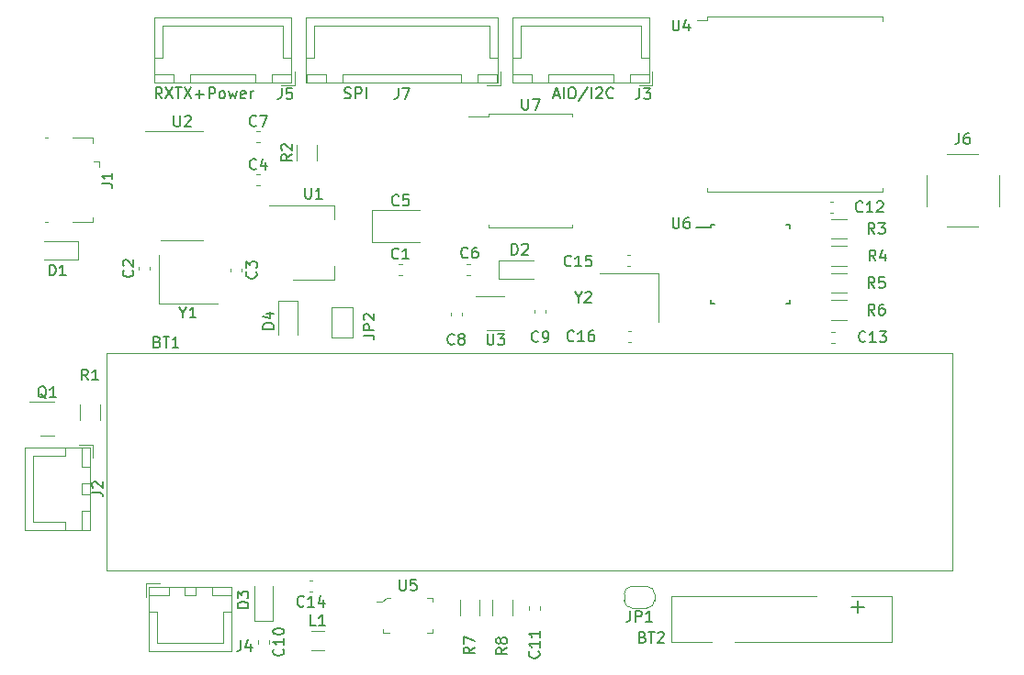
<source format=gbr>
%TF.GenerationSoftware,KiCad,Pcbnew,(6.0.5)*%
%TF.CreationDate,2022-08-16T14:45:35+02:00*%
%TF.ProjectId,ATMega328-LoRa-Sol-ADIO,41544d65-6761-4333-9238-2d4c6f52612d,rev?*%
%TF.SameCoordinates,Original*%
%TF.FileFunction,Legend,Top*%
%TF.FilePolarity,Positive*%
%FSLAX46Y46*%
G04 Gerber Fmt 4.6, Leading zero omitted, Abs format (unit mm)*
G04 Created by KiCad (PCBNEW (6.0.5)) date 2022-08-16 14:45:35*
%MOMM*%
%LPD*%
G01*
G04 APERTURE LIST*
%ADD10C,0.150000*%
%ADD11C,0.120000*%
%ADD12C,0.100000*%
G04 APERTURE END LIST*
D10*
%TO.C,U2*%
X128238095Y-36552380D02*
X128238095Y-37361904D01*
X128285714Y-37457142D01*
X128333333Y-37504761D01*
X128428571Y-37552380D01*
X128619047Y-37552380D01*
X128714285Y-37504761D01*
X128761904Y-37457142D01*
X128809523Y-37361904D01*
X128809523Y-36552380D01*
X129238095Y-36647619D02*
X129285714Y-36600000D01*
X129380952Y-36552380D01*
X129619047Y-36552380D01*
X129714285Y-36600000D01*
X129761904Y-36647619D01*
X129809523Y-36742857D01*
X129809523Y-36838095D01*
X129761904Y-36980952D01*
X129190476Y-37552380D01*
X129809523Y-37552380D01*
%TO.C,R8*%
X158952380Y-85666666D02*
X158476190Y-86000000D01*
X158952380Y-86238095D02*
X157952380Y-86238095D01*
X157952380Y-85857142D01*
X158000000Y-85761904D01*
X158047619Y-85714285D01*
X158142857Y-85666666D01*
X158285714Y-85666666D01*
X158380952Y-85714285D01*
X158428571Y-85761904D01*
X158476190Y-85857142D01*
X158476190Y-86238095D01*
X158380952Y-85095238D02*
X158333333Y-85190476D01*
X158285714Y-85238095D01*
X158190476Y-85285714D01*
X158142857Y-85285714D01*
X158047619Y-85238095D01*
X158000000Y-85190476D01*
X157952380Y-85095238D01*
X157952380Y-84904761D01*
X158000000Y-84809523D01*
X158047619Y-84761904D01*
X158142857Y-84714285D01*
X158190476Y-84714285D01*
X158285714Y-84761904D01*
X158333333Y-84809523D01*
X158380952Y-84904761D01*
X158380952Y-85095238D01*
X158428571Y-85190476D01*
X158476190Y-85238095D01*
X158571428Y-85285714D01*
X158761904Y-85285714D01*
X158857142Y-85238095D01*
X158904761Y-85190476D01*
X158952380Y-85095238D01*
X158952380Y-84904761D01*
X158904761Y-84809523D01*
X158857142Y-84761904D01*
X158761904Y-84714285D01*
X158571428Y-84714285D01*
X158476190Y-84761904D01*
X158428571Y-84809523D01*
X158380952Y-84904761D01*
%TO.C,D4*%
X137452380Y-56238095D02*
X136452380Y-56238095D01*
X136452380Y-56000000D01*
X136500000Y-55857142D01*
X136595238Y-55761904D01*
X136690476Y-55714285D01*
X136880952Y-55666666D01*
X137023809Y-55666666D01*
X137214285Y-55714285D01*
X137309523Y-55761904D01*
X137404761Y-55857142D01*
X137452380Y-56000000D01*
X137452380Y-56238095D01*
X136785714Y-54809523D02*
X137452380Y-54809523D01*
X136404761Y-55047619D02*
X137119047Y-55285714D01*
X137119047Y-54666666D01*
%TO.C,J4*%
X134416666Y-84952380D02*
X134416666Y-85666666D01*
X134369047Y-85809523D01*
X134273809Y-85904761D01*
X134130952Y-85952380D01*
X134035714Y-85952380D01*
X135321428Y-85285714D02*
X135321428Y-85952380D01*
X135083333Y-84904761D02*
X134845238Y-85619047D01*
X135464285Y-85619047D01*
%TO.C,J7*%
X148916666Y-34002380D02*
X148916666Y-34716666D01*
X148869047Y-34859523D01*
X148773809Y-34954761D01*
X148630952Y-35002380D01*
X148535714Y-35002380D01*
X149297619Y-34002380D02*
X149964285Y-34002380D01*
X149535714Y-35002380D01*
X143976190Y-34904761D02*
X144119047Y-34952380D01*
X144357142Y-34952380D01*
X144452380Y-34904761D01*
X144500000Y-34857142D01*
X144547619Y-34761904D01*
X144547619Y-34666666D01*
X144500000Y-34571428D01*
X144452380Y-34523809D01*
X144357142Y-34476190D01*
X144166666Y-34428571D01*
X144071428Y-34380952D01*
X144023809Y-34333333D01*
X143976190Y-34238095D01*
X143976190Y-34142857D01*
X144023809Y-34047619D01*
X144071428Y-34000000D01*
X144166666Y-33952380D01*
X144404761Y-33952380D01*
X144547619Y-34000000D01*
X144976190Y-34952380D02*
X144976190Y-33952380D01*
X145357142Y-33952380D01*
X145452380Y-34000000D01*
X145500000Y-34047619D01*
X145547619Y-34142857D01*
X145547619Y-34285714D01*
X145500000Y-34380952D01*
X145452380Y-34428571D01*
X145357142Y-34476190D01*
X144976190Y-34476190D01*
X145976190Y-34952380D02*
X145976190Y-33952380D01*
%TO.C,J5*%
X138166666Y-34002380D02*
X138166666Y-34716666D01*
X138119047Y-34859523D01*
X138023809Y-34954761D01*
X137880952Y-35002380D01*
X137785714Y-35002380D01*
X139119047Y-34002380D02*
X138642857Y-34002380D01*
X138595238Y-34478571D01*
X138642857Y-34430952D01*
X138738095Y-34383333D01*
X138976190Y-34383333D01*
X139071428Y-34430952D01*
X139119047Y-34478571D01*
X139166666Y-34573809D01*
X139166666Y-34811904D01*
X139119047Y-34907142D01*
X139071428Y-34954761D01*
X138976190Y-35002380D01*
X138738095Y-35002380D01*
X138642857Y-34954761D01*
X138595238Y-34907142D01*
X127142857Y-34952380D02*
X126809523Y-34476190D01*
X126571428Y-34952380D02*
X126571428Y-33952380D01*
X126952380Y-33952380D01*
X127047619Y-34000000D01*
X127095238Y-34047619D01*
X127142857Y-34142857D01*
X127142857Y-34285714D01*
X127095238Y-34380952D01*
X127047619Y-34428571D01*
X126952380Y-34476190D01*
X126571428Y-34476190D01*
X127476190Y-33952380D02*
X128142857Y-34952380D01*
X128142857Y-33952380D02*
X127476190Y-34952380D01*
X128380952Y-33952380D02*
X128952380Y-33952380D01*
X128666666Y-34952380D02*
X128666666Y-33952380D01*
X129190476Y-33952380D02*
X129857142Y-34952380D01*
X129857142Y-33952380D02*
X129190476Y-34952380D01*
X130238095Y-34571428D02*
X131000000Y-34571428D01*
X130619047Y-34952380D02*
X130619047Y-34190476D01*
X131476190Y-34952380D02*
X131476190Y-33952380D01*
X131857142Y-33952380D01*
X131952380Y-34000000D01*
X132000000Y-34047619D01*
X132047619Y-34142857D01*
X132047619Y-34285714D01*
X132000000Y-34380952D01*
X131952380Y-34428571D01*
X131857142Y-34476190D01*
X131476190Y-34476190D01*
X132619047Y-34952380D02*
X132523809Y-34904761D01*
X132476190Y-34857142D01*
X132428571Y-34761904D01*
X132428571Y-34476190D01*
X132476190Y-34380952D01*
X132523809Y-34333333D01*
X132619047Y-34285714D01*
X132761904Y-34285714D01*
X132857142Y-34333333D01*
X132904761Y-34380952D01*
X132952380Y-34476190D01*
X132952380Y-34761904D01*
X132904761Y-34857142D01*
X132857142Y-34904761D01*
X132761904Y-34952380D01*
X132619047Y-34952380D01*
X133285714Y-34285714D02*
X133476190Y-34952380D01*
X133666666Y-34476190D01*
X133857142Y-34952380D01*
X134047619Y-34285714D01*
X134809523Y-34904761D02*
X134714285Y-34952380D01*
X134523809Y-34952380D01*
X134428571Y-34904761D01*
X134380952Y-34809523D01*
X134380952Y-34428571D01*
X134428571Y-34333333D01*
X134523809Y-34285714D01*
X134714285Y-34285714D01*
X134809523Y-34333333D01*
X134857142Y-34428571D01*
X134857142Y-34523809D01*
X134380952Y-34619047D01*
X135285714Y-34952380D02*
X135285714Y-34285714D01*
X135285714Y-34476190D02*
X135333333Y-34380952D01*
X135380952Y-34333333D01*
X135476190Y-34285714D01*
X135571428Y-34285714D01*
%TO.C,C6*%
X155333333Y-49607142D02*
X155285714Y-49654761D01*
X155142857Y-49702380D01*
X155047619Y-49702380D01*
X154904761Y-49654761D01*
X154809523Y-49559523D01*
X154761904Y-49464285D01*
X154714285Y-49273809D01*
X154714285Y-49130952D01*
X154761904Y-48940476D01*
X154809523Y-48845238D01*
X154904761Y-48750000D01*
X155047619Y-48702380D01*
X155142857Y-48702380D01*
X155285714Y-48750000D01*
X155333333Y-48797619D01*
X156190476Y-48702380D02*
X156000000Y-48702380D01*
X155904761Y-48750000D01*
X155857142Y-48797619D01*
X155761904Y-48940476D01*
X155714285Y-49130952D01*
X155714285Y-49511904D01*
X155761904Y-49607142D01*
X155809523Y-49654761D01*
X155904761Y-49702380D01*
X156095238Y-49702380D01*
X156190476Y-49654761D01*
X156238095Y-49607142D01*
X156285714Y-49511904D01*
X156285714Y-49273809D01*
X156238095Y-49178571D01*
X156190476Y-49130952D01*
X156095238Y-49083333D01*
X155904761Y-49083333D01*
X155809523Y-49130952D01*
X155761904Y-49178571D01*
X155714285Y-49273809D01*
%TO.C,U1*%
X140338095Y-43202380D02*
X140338095Y-44011904D01*
X140385714Y-44107142D01*
X140433333Y-44154761D01*
X140528571Y-44202380D01*
X140719047Y-44202380D01*
X140814285Y-44154761D01*
X140861904Y-44107142D01*
X140909523Y-44011904D01*
X140909523Y-43202380D01*
X141909523Y-44202380D02*
X141338095Y-44202380D01*
X141623809Y-44202380D02*
X141623809Y-43202380D01*
X141528571Y-43345238D01*
X141433333Y-43440476D01*
X141338095Y-43488095D01*
%TO.C,C8*%
X154083333Y-57607142D02*
X154035714Y-57654761D01*
X153892857Y-57702380D01*
X153797619Y-57702380D01*
X153654761Y-57654761D01*
X153559523Y-57559523D01*
X153511904Y-57464285D01*
X153464285Y-57273809D01*
X153464285Y-57130952D01*
X153511904Y-56940476D01*
X153559523Y-56845238D01*
X153654761Y-56750000D01*
X153797619Y-56702380D01*
X153892857Y-56702380D01*
X154035714Y-56750000D01*
X154083333Y-56797619D01*
X154654761Y-57130952D02*
X154559523Y-57083333D01*
X154511904Y-57035714D01*
X154464285Y-56940476D01*
X154464285Y-56892857D01*
X154511904Y-56797619D01*
X154559523Y-56750000D01*
X154654761Y-56702380D01*
X154845238Y-56702380D01*
X154940476Y-56750000D01*
X154988095Y-56797619D01*
X155035714Y-56892857D01*
X155035714Y-56940476D01*
X154988095Y-57035714D01*
X154940476Y-57083333D01*
X154845238Y-57130952D01*
X154654761Y-57130952D01*
X154559523Y-57178571D01*
X154511904Y-57226190D01*
X154464285Y-57321428D01*
X154464285Y-57511904D01*
X154511904Y-57607142D01*
X154559523Y-57654761D01*
X154654761Y-57702380D01*
X154845238Y-57702380D01*
X154940476Y-57654761D01*
X154988095Y-57607142D01*
X155035714Y-57511904D01*
X155035714Y-57321428D01*
X154988095Y-57226190D01*
X154940476Y-57178571D01*
X154845238Y-57130952D01*
%TO.C,J1*%
X121564880Y-42833333D02*
X122279166Y-42833333D01*
X122422023Y-42880952D01*
X122517261Y-42976190D01*
X122564880Y-43119047D01*
X122564880Y-43214285D01*
X122564880Y-41833333D02*
X122564880Y-42404761D01*
X122564880Y-42119047D02*
X121564880Y-42119047D01*
X121707738Y-42214285D01*
X121802976Y-42309523D01*
X121850595Y-42404761D01*
%TO.C,Q1*%
X116467261Y-62647619D02*
X116372023Y-62600000D01*
X116276785Y-62504761D01*
X116133928Y-62361904D01*
X116038690Y-62314285D01*
X115943452Y-62314285D01*
X115991071Y-62552380D02*
X115895833Y-62504761D01*
X115800595Y-62409523D01*
X115752976Y-62219047D01*
X115752976Y-61885714D01*
X115800595Y-61695238D01*
X115895833Y-61600000D01*
X115991071Y-61552380D01*
X116181547Y-61552380D01*
X116276785Y-61600000D01*
X116372023Y-61695238D01*
X116419642Y-61885714D01*
X116419642Y-62219047D01*
X116372023Y-62409523D01*
X116276785Y-62504761D01*
X116181547Y-62552380D01*
X115991071Y-62552380D01*
X117372023Y-62552380D02*
X116800595Y-62552380D01*
X117086309Y-62552380D02*
X117086309Y-61552380D01*
X116991071Y-61695238D01*
X116895833Y-61790476D01*
X116800595Y-61838095D01*
%TO.C,U7*%
X160338095Y-34987380D02*
X160338095Y-35796904D01*
X160385714Y-35892142D01*
X160433333Y-35939761D01*
X160528571Y-35987380D01*
X160719047Y-35987380D01*
X160814285Y-35939761D01*
X160861904Y-35892142D01*
X160909523Y-35796904D01*
X160909523Y-34987380D01*
X161290476Y-34987380D02*
X161957142Y-34987380D01*
X161528571Y-35987380D01*
%TO.C,C9*%
X161833333Y-57357142D02*
X161785714Y-57404761D01*
X161642857Y-57452380D01*
X161547619Y-57452380D01*
X161404761Y-57404761D01*
X161309523Y-57309523D01*
X161261904Y-57214285D01*
X161214285Y-57023809D01*
X161214285Y-56880952D01*
X161261904Y-56690476D01*
X161309523Y-56595238D01*
X161404761Y-56500000D01*
X161547619Y-56452380D01*
X161642857Y-56452380D01*
X161785714Y-56500000D01*
X161833333Y-56547619D01*
X162309523Y-57452380D02*
X162500000Y-57452380D01*
X162595238Y-57404761D01*
X162642857Y-57357142D01*
X162738095Y-57214285D01*
X162785714Y-57023809D01*
X162785714Y-56642857D01*
X162738095Y-56547619D01*
X162690476Y-56500000D01*
X162595238Y-56452380D01*
X162404761Y-56452380D01*
X162309523Y-56500000D01*
X162261904Y-56547619D01*
X162214285Y-56642857D01*
X162214285Y-56880952D01*
X162261904Y-56976190D01*
X162309523Y-57023809D01*
X162404761Y-57071428D01*
X162595238Y-57071428D01*
X162690476Y-57023809D01*
X162738095Y-56976190D01*
X162785714Y-56880952D01*
%TO.C,U3*%
X157125595Y-56702380D02*
X157125595Y-57511904D01*
X157173214Y-57607142D01*
X157220833Y-57654761D01*
X157316071Y-57702380D01*
X157506547Y-57702380D01*
X157601785Y-57654761D01*
X157649404Y-57607142D01*
X157697023Y-57511904D01*
X157697023Y-56702380D01*
X158077976Y-56702380D02*
X158697023Y-56702380D01*
X158363690Y-57083333D01*
X158506547Y-57083333D01*
X158601785Y-57130952D01*
X158649404Y-57178571D01*
X158697023Y-57273809D01*
X158697023Y-57511904D01*
X158649404Y-57607142D01*
X158601785Y-57654761D01*
X158506547Y-57702380D01*
X158220833Y-57702380D01*
X158125595Y-57654761D01*
X158077976Y-57607142D01*
%TO.C,U6*%
X174238095Y-45952380D02*
X174238095Y-46761904D01*
X174285714Y-46857142D01*
X174333333Y-46904761D01*
X174428571Y-46952380D01*
X174619047Y-46952380D01*
X174714285Y-46904761D01*
X174761904Y-46857142D01*
X174809523Y-46761904D01*
X174809523Y-45952380D01*
X175714285Y-45952380D02*
X175523809Y-45952380D01*
X175428571Y-46000000D01*
X175380952Y-46047619D01*
X175285714Y-46190476D01*
X175238095Y-46380952D01*
X175238095Y-46761904D01*
X175285714Y-46857142D01*
X175333333Y-46904761D01*
X175428571Y-46952380D01*
X175619047Y-46952380D01*
X175714285Y-46904761D01*
X175761904Y-46857142D01*
X175809523Y-46761904D01*
X175809523Y-46523809D01*
X175761904Y-46428571D01*
X175714285Y-46380952D01*
X175619047Y-46333333D01*
X175428571Y-46333333D01*
X175333333Y-46380952D01*
X175285714Y-46428571D01*
X175238095Y-46523809D01*
%TO.C,R2*%
X139132380Y-40116666D02*
X138656190Y-40450000D01*
X139132380Y-40688095D02*
X138132380Y-40688095D01*
X138132380Y-40307142D01*
X138180000Y-40211904D01*
X138227619Y-40164285D01*
X138322857Y-40116666D01*
X138465714Y-40116666D01*
X138560952Y-40164285D01*
X138608571Y-40211904D01*
X138656190Y-40307142D01*
X138656190Y-40688095D01*
X138227619Y-39735714D02*
X138180000Y-39688095D01*
X138132380Y-39592857D01*
X138132380Y-39354761D01*
X138180000Y-39259523D01*
X138227619Y-39211904D01*
X138322857Y-39164285D01*
X138418095Y-39164285D01*
X138560952Y-39211904D01*
X139132380Y-39783333D01*
X139132380Y-39164285D01*
%TO.C,C5*%
X148958333Y-44757142D02*
X148910714Y-44804761D01*
X148767857Y-44852380D01*
X148672619Y-44852380D01*
X148529761Y-44804761D01*
X148434523Y-44709523D01*
X148386904Y-44614285D01*
X148339285Y-44423809D01*
X148339285Y-44280952D01*
X148386904Y-44090476D01*
X148434523Y-43995238D01*
X148529761Y-43900000D01*
X148672619Y-43852380D01*
X148767857Y-43852380D01*
X148910714Y-43900000D01*
X148958333Y-43947619D01*
X149863095Y-43852380D02*
X149386904Y-43852380D01*
X149339285Y-44328571D01*
X149386904Y-44280952D01*
X149482142Y-44233333D01*
X149720238Y-44233333D01*
X149815476Y-44280952D01*
X149863095Y-44328571D01*
X149910714Y-44423809D01*
X149910714Y-44661904D01*
X149863095Y-44757142D01*
X149815476Y-44804761D01*
X149720238Y-44852380D01*
X149482142Y-44852380D01*
X149386904Y-44804761D01*
X149339285Y-44757142D01*
%TO.C,C15*%
X164857142Y-50357142D02*
X164809523Y-50404761D01*
X164666666Y-50452380D01*
X164571428Y-50452380D01*
X164428571Y-50404761D01*
X164333333Y-50309523D01*
X164285714Y-50214285D01*
X164238095Y-50023809D01*
X164238095Y-49880952D01*
X164285714Y-49690476D01*
X164333333Y-49595238D01*
X164428571Y-49500000D01*
X164571428Y-49452380D01*
X164666666Y-49452380D01*
X164809523Y-49500000D01*
X164857142Y-49547619D01*
X165809523Y-50452380D02*
X165238095Y-50452380D01*
X165523809Y-50452380D02*
X165523809Y-49452380D01*
X165428571Y-49595238D01*
X165333333Y-49690476D01*
X165238095Y-49738095D01*
X166714285Y-49452380D02*
X166238095Y-49452380D01*
X166190476Y-49928571D01*
X166238095Y-49880952D01*
X166333333Y-49833333D01*
X166571428Y-49833333D01*
X166666666Y-49880952D01*
X166714285Y-49928571D01*
X166761904Y-50023809D01*
X166761904Y-50261904D01*
X166714285Y-50357142D01*
X166666666Y-50404761D01*
X166571428Y-50452380D01*
X166333333Y-50452380D01*
X166238095Y-50404761D01*
X166190476Y-50357142D01*
%TO.C,C3*%
X135787142Y-50954166D02*
X135834761Y-51001785D01*
X135882380Y-51144642D01*
X135882380Y-51239880D01*
X135834761Y-51382738D01*
X135739523Y-51477976D01*
X135644285Y-51525595D01*
X135453809Y-51573214D01*
X135310952Y-51573214D01*
X135120476Y-51525595D01*
X135025238Y-51477976D01*
X134930000Y-51382738D01*
X134882380Y-51239880D01*
X134882380Y-51144642D01*
X134930000Y-51001785D01*
X134977619Y-50954166D01*
X134882380Y-50620833D02*
X134882380Y-50001785D01*
X135263333Y-50335119D01*
X135263333Y-50192261D01*
X135310952Y-50097023D01*
X135358571Y-50049404D01*
X135453809Y-50001785D01*
X135691904Y-50001785D01*
X135787142Y-50049404D01*
X135834761Y-50097023D01*
X135882380Y-50192261D01*
X135882380Y-50477976D01*
X135834761Y-50573214D01*
X135787142Y-50620833D01*
%TO.C,R4*%
X192933333Y-49952380D02*
X192600000Y-49476190D01*
X192361904Y-49952380D02*
X192361904Y-48952380D01*
X192742857Y-48952380D01*
X192838095Y-49000000D01*
X192885714Y-49047619D01*
X192933333Y-49142857D01*
X192933333Y-49285714D01*
X192885714Y-49380952D01*
X192838095Y-49428571D01*
X192742857Y-49476190D01*
X192361904Y-49476190D01*
X193790476Y-49285714D02*
X193790476Y-49952380D01*
X193552380Y-48904761D02*
X193314285Y-49619047D01*
X193933333Y-49619047D01*
%TO.C,R7*%
X155952380Y-85616666D02*
X155476190Y-85950000D01*
X155952380Y-86188095D02*
X154952380Y-86188095D01*
X154952380Y-85807142D01*
X155000000Y-85711904D01*
X155047619Y-85664285D01*
X155142857Y-85616666D01*
X155285714Y-85616666D01*
X155380952Y-85664285D01*
X155428571Y-85711904D01*
X155476190Y-85807142D01*
X155476190Y-86188095D01*
X154952380Y-85283333D02*
X154952380Y-84616666D01*
X155952380Y-85045238D01*
%TO.C,J3*%
X171166666Y-34002380D02*
X171166666Y-34716666D01*
X171119047Y-34859523D01*
X171023809Y-34954761D01*
X170880952Y-35002380D01*
X170785714Y-35002380D01*
X171547619Y-34002380D02*
X172166666Y-34002380D01*
X171833333Y-34383333D01*
X171976190Y-34383333D01*
X172071428Y-34430952D01*
X172119047Y-34478571D01*
X172166666Y-34573809D01*
X172166666Y-34811904D01*
X172119047Y-34907142D01*
X172071428Y-34954761D01*
X171976190Y-35002380D01*
X171690476Y-35002380D01*
X171595238Y-34954761D01*
X171547619Y-34907142D01*
X163261904Y-34666666D02*
X163738095Y-34666666D01*
X163166666Y-34952380D02*
X163500000Y-33952380D01*
X163833333Y-34952380D01*
X164166666Y-34952380D02*
X164166666Y-33952380D01*
X164833333Y-33952380D02*
X165023809Y-33952380D01*
X165119047Y-34000000D01*
X165214285Y-34095238D01*
X165261904Y-34285714D01*
X165261904Y-34619047D01*
X165214285Y-34809523D01*
X165119047Y-34904761D01*
X165023809Y-34952380D01*
X164833333Y-34952380D01*
X164738095Y-34904761D01*
X164642857Y-34809523D01*
X164595238Y-34619047D01*
X164595238Y-34285714D01*
X164642857Y-34095238D01*
X164738095Y-34000000D01*
X164833333Y-33952380D01*
X166404761Y-33904761D02*
X165547619Y-35190476D01*
X166738095Y-34952380D02*
X166738095Y-33952380D01*
X167166666Y-34047619D02*
X167214285Y-34000000D01*
X167309523Y-33952380D01*
X167547619Y-33952380D01*
X167642857Y-34000000D01*
X167690476Y-34047619D01*
X167738095Y-34142857D01*
X167738095Y-34238095D01*
X167690476Y-34380952D01*
X167119047Y-34952380D01*
X167738095Y-34952380D01*
X168738095Y-34857142D02*
X168690476Y-34904761D01*
X168547619Y-34952380D01*
X168452380Y-34952380D01*
X168309523Y-34904761D01*
X168214285Y-34809523D01*
X168166666Y-34714285D01*
X168119047Y-34523809D01*
X168119047Y-34380952D01*
X168166666Y-34190476D01*
X168214285Y-34095238D01*
X168309523Y-34000000D01*
X168452380Y-33952380D01*
X168547619Y-33952380D01*
X168690476Y-34000000D01*
X168738095Y-34047619D01*
%TO.C,R1*%
X120333333Y-60952380D02*
X120000000Y-60476190D01*
X119761904Y-60952380D02*
X119761904Y-59952380D01*
X120142857Y-59952380D01*
X120238095Y-60000000D01*
X120285714Y-60047619D01*
X120333333Y-60142857D01*
X120333333Y-60285714D01*
X120285714Y-60380952D01*
X120238095Y-60428571D01*
X120142857Y-60476190D01*
X119761904Y-60476190D01*
X121285714Y-60952380D02*
X120714285Y-60952380D01*
X121000000Y-60952380D02*
X121000000Y-59952380D01*
X120904761Y-60095238D01*
X120809523Y-60190476D01*
X120714285Y-60238095D01*
%TO.C,R3*%
X192833333Y-47452380D02*
X192500000Y-46976190D01*
X192261904Y-47452380D02*
X192261904Y-46452380D01*
X192642857Y-46452380D01*
X192738095Y-46500000D01*
X192785714Y-46547619D01*
X192833333Y-46642857D01*
X192833333Y-46785714D01*
X192785714Y-46880952D01*
X192738095Y-46928571D01*
X192642857Y-46976190D01*
X192261904Y-46976190D01*
X193166666Y-46452380D02*
X193785714Y-46452380D01*
X193452380Y-46833333D01*
X193595238Y-46833333D01*
X193690476Y-46880952D01*
X193738095Y-46928571D01*
X193785714Y-47023809D01*
X193785714Y-47261904D01*
X193738095Y-47357142D01*
X193690476Y-47404761D01*
X193595238Y-47452380D01*
X193309523Y-47452380D01*
X193214285Y-47404761D01*
X193166666Y-47357142D01*
%TO.C,JP2*%
X145702380Y-56833333D02*
X146416666Y-56833333D01*
X146559523Y-56880952D01*
X146654761Y-56976190D01*
X146702380Y-57119047D01*
X146702380Y-57214285D01*
X146702380Y-56357142D02*
X145702380Y-56357142D01*
X145702380Y-55976190D01*
X145750000Y-55880952D01*
X145797619Y-55833333D01*
X145892857Y-55785714D01*
X146035714Y-55785714D01*
X146130952Y-55833333D01*
X146178571Y-55880952D01*
X146226190Y-55976190D01*
X146226190Y-56357142D01*
X145797619Y-55404761D02*
X145750000Y-55357142D01*
X145702380Y-55261904D01*
X145702380Y-55023809D01*
X145750000Y-54928571D01*
X145797619Y-54880952D01*
X145892857Y-54833333D01*
X145988095Y-54833333D01*
X146130952Y-54880952D01*
X146702380Y-55452380D01*
X146702380Y-54833333D01*
%TO.C,C1*%
X148945833Y-49677142D02*
X148898214Y-49724761D01*
X148755357Y-49772380D01*
X148660119Y-49772380D01*
X148517261Y-49724761D01*
X148422023Y-49629523D01*
X148374404Y-49534285D01*
X148326785Y-49343809D01*
X148326785Y-49200952D01*
X148374404Y-49010476D01*
X148422023Y-48915238D01*
X148517261Y-48820000D01*
X148660119Y-48772380D01*
X148755357Y-48772380D01*
X148898214Y-48820000D01*
X148945833Y-48867619D01*
X149898214Y-49772380D02*
X149326785Y-49772380D01*
X149612500Y-49772380D02*
X149612500Y-48772380D01*
X149517261Y-48915238D01*
X149422023Y-49010476D01*
X149326785Y-49058095D01*
%TO.C,C11*%
X161857142Y-86005357D02*
X161904761Y-86052976D01*
X161952380Y-86195833D01*
X161952380Y-86291071D01*
X161904761Y-86433928D01*
X161809523Y-86529166D01*
X161714285Y-86576785D01*
X161523809Y-86624404D01*
X161380952Y-86624404D01*
X161190476Y-86576785D01*
X161095238Y-86529166D01*
X161000000Y-86433928D01*
X160952380Y-86291071D01*
X160952380Y-86195833D01*
X161000000Y-86052976D01*
X161047619Y-86005357D01*
X161952380Y-85052976D02*
X161952380Y-85624404D01*
X161952380Y-85338690D02*
X160952380Y-85338690D01*
X161095238Y-85433928D01*
X161190476Y-85529166D01*
X161238095Y-85624404D01*
X161952380Y-84100595D02*
X161952380Y-84672023D01*
X161952380Y-84386309D02*
X160952380Y-84386309D01*
X161095238Y-84481547D01*
X161190476Y-84576785D01*
X161238095Y-84672023D01*
%TO.C,D3*%
X135102380Y-81988095D02*
X134102380Y-81988095D01*
X134102380Y-81750000D01*
X134150000Y-81607142D01*
X134245238Y-81511904D01*
X134340476Y-81464285D01*
X134530952Y-81416666D01*
X134673809Y-81416666D01*
X134864285Y-81464285D01*
X134959523Y-81511904D01*
X135054761Y-81607142D01*
X135102380Y-81750000D01*
X135102380Y-81988095D01*
X134102380Y-81083333D02*
X134102380Y-80464285D01*
X134483333Y-80797619D01*
X134483333Y-80654761D01*
X134530952Y-80559523D01*
X134578571Y-80511904D01*
X134673809Y-80464285D01*
X134911904Y-80464285D01*
X135007142Y-80511904D01*
X135054761Y-80559523D01*
X135102380Y-80654761D01*
X135102380Y-80940476D01*
X135054761Y-81035714D01*
X135007142Y-81083333D01*
%TO.C,U5*%
X149038095Y-79377380D02*
X149038095Y-80186904D01*
X149085714Y-80282142D01*
X149133333Y-80329761D01*
X149228571Y-80377380D01*
X149419047Y-80377380D01*
X149514285Y-80329761D01*
X149561904Y-80282142D01*
X149609523Y-80186904D01*
X149609523Y-79377380D01*
X150561904Y-79377380D02*
X150085714Y-79377380D01*
X150038095Y-79853571D01*
X150085714Y-79805952D01*
X150180952Y-79758333D01*
X150419047Y-79758333D01*
X150514285Y-79805952D01*
X150561904Y-79853571D01*
X150609523Y-79948809D01*
X150609523Y-80186904D01*
X150561904Y-80282142D01*
X150514285Y-80329761D01*
X150419047Y-80377380D01*
X150180952Y-80377380D01*
X150085714Y-80329761D01*
X150038095Y-80282142D01*
%TO.C,J2*%
X120702380Y-71333333D02*
X121416666Y-71333333D01*
X121559523Y-71380952D01*
X121654761Y-71476190D01*
X121702380Y-71619047D01*
X121702380Y-71714285D01*
X120797619Y-70904761D02*
X120750000Y-70857142D01*
X120702380Y-70761904D01*
X120702380Y-70523809D01*
X120750000Y-70428571D01*
X120797619Y-70380952D01*
X120892857Y-70333333D01*
X120988095Y-70333333D01*
X121130952Y-70380952D01*
X121702380Y-70952380D01*
X121702380Y-70333333D01*
%TO.C,Y2*%
X165523809Y-53316190D02*
X165523809Y-53792380D01*
X165190476Y-52792380D02*
X165523809Y-53316190D01*
X165857142Y-52792380D01*
X166142857Y-52887619D02*
X166190476Y-52840000D01*
X166285714Y-52792380D01*
X166523809Y-52792380D01*
X166619047Y-52840000D01*
X166666666Y-52887619D01*
X166714285Y-52982857D01*
X166714285Y-53078095D01*
X166666666Y-53220952D01*
X166095238Y-53792380D01*
X166714285Y-53792380D01*
%TO.C,C13*%
X191994642Y-57357142D02*
X191947023Y-57404761D01*
X191804166Y-57452380D01*
X191708928Y-57452380D01*
X191566071Y-57404761D01*
X191470833Y-57309523D01*
X191423214Y-57214285D01*
X191375595Y-57023809D01*
X191375595Y-56880952D01*
X191423214Y-56690476D01*
X191470833Y-56595238D01*
X191566071Y-56500000D01*
X191708928Y-56452380D01*
X191804166Y-56452380D01*
X191947023Y-56500000D01*
X191994642Y-56547619D01*
X192947023Y-57452380D02*
X192375595Y-57452380D01*
X192661309Y-57452380D02*
X192661309Y-56452380D01*
X192566071Y-56595238D01*
X192470833Y-56690476D01*
X192375595Y-56738095D01*
X193280357Y-56452380D02*
X193899404Y-56452380D01*
X193566071Y-56833333D01*
X193708928Y-56833333D01*
X193804166Y-56880952D01*
X193851785Y-56928571D01*
X193899404Y-57023809D01*
X193899404Y-57261904D01*
X193851785Y-57357142D01*
X193804166Y-57404761D01*
X193708928Y-57452380D01*
X193423214Y-57452380D01*
X193327976Y-57404761D01*
X193280357Y-57357142D01*
%TO.C,C7*%
X135833333Y-37427142D02*
X135785714Y-37474761D01*
X135642857Y-37522380D01*
X135547619Y-37522380D01*
X135404761Y-37474761D01*
X135309523Y-37379523D01*
X135261904Y-37284285D01*
X135214285Y-37093809D01*
X135214285Y-36950952D01*
X135261904Y-36760476D01*
X135309523Y-36665238D01*
X135404761Y-36570000D01*
X135547619Y-36522380D01*
X135642857Y-36522380D01*
X135785714Y-36570000D01*
X135833333Y-36617619D01*
X136166666Y-36522380D02*
X136833333Y-36522380D01*
X136404761Y-37522380D01*
%TO.C,U4*%
X174238095Y-27702380D02*
X174238095Y-28511904D01*
X174285714Y-28607142D01*
X174333333Y-28654761D01*
X174428571Y-28702380D01*
X174619047Y-28702380D01*
X174714285Y-28654761D01*
X174761904Y-28607142D01*
X174809523Y-28511904D01*
X174809523Y-27702380D01*
X175714285Y-28035714D02*
X175714285Y-28702380D01*
X175476190Y-27654761D02*
X175238095Y-28369047D01*
X175857142Y-28369047D01*
%TO.C,Y1*%
X129085109Y-54726190D02*
X129085109Y-55202380D01*
X128751776Y-54202380D02*
X129085109Y-54726190D01*
X129418442Y-54202380D01*
X130275585Y-55202380D02*
X129704157Y-55202380D01*
X129989871Y-55202380D02*
X129989871Y-54202380D01*
X129894633Y-54345238D01*
X129799395Y-54440476D01*
X129704157Y-54488095D01*
%TO.C,JP1*%
X170316666Y-82252380D02*
X170316666Y-82966666D01*
X170269047Y-83109523D01*
X170173809Y-83204761D01*
X170030952Y-83252380D01*
X169935714Y-83252380D01*
X170792857Y-83252380D02*
X170792857Y-82252380D01*
X171173809Y-82252380D01*
X171269047Y-82300000D01*
X171316666Y-82347619D01*
X171364285Y-82442857D01*
X171364285Y-82585714D01*
X171316666Y-82680952D01*
X171269047Y-82728571D01*
X171173809Y-82776190D01*
X170792857Y-82776190D01*
X172316666Y-83252380D02*
X171745238Y-83252380D01*
X172030952Y-83252380D02*
X172030952Y-82252380D01*
X171935714Y-82395238D01*
X171840476Y-82490476D01*
X171745238Y-82538095D01*
%TO.C,C14*%
X140219642Y-81787142D02*
X140172023Y-81834761D01*
X140029166Y-81882380D01*
X139933928Y-81882380D01*
X139791071Y-81834761D01*
X139695833Y-81739523D01*
X139648214Y-81644285D01*
X139600595Y-81453809D01*
X139600595Y-81310952D01*
X139648214Y-81120476D01*
X139695833Y-81025238D01*
X139791071Y-80930000D01*
X139933928Y-80882380D01*
X140029166Y-80882380D01*
X140172023Y-80930000D01*
X140219642Y-80977619D01*
X141172023Y-81882380D02*
X140600595Y-81882380D01*
X140886309Y-81882380D02*
X140886309Y-80882380D01*
X140791071Y-81025238D01*
X140695833Y-81120476D01*
X140600595Y-81168095D01*
X142029166Y-81215714D02*
X142029166Y-81882380D01*
X141791071Y-80834761D02*
X141552976Y-81549047D01*
X142172023Y-81549047D01*
%TO.C,D2*%
X159374404Y-49377380D02*
X159374404Y-48377380D01*
X159612500Y-48377380D01*
X159755357Y-48425000D01*
X159850595Y-48520238D01*
X159898214Y-48615476D01*
X159945833Y-48805952D01*
X159945833Y-48948809D01*
X159898214Y-49139285D01*
X159850595Y-49234523D01*
X159755357Y-49329761D01*
X159612500Y-49377380D01*
X159374404Y-49377380D01*
X160326785Y-48472619D02*
X160374404Y-48425000D01*
X160469642Y-48377380D01*
X160707738Y-48377380D01*
X160802976Y-48425000D01*
X160850595Y-48472619D01*
X160898214Y-48567857D01*
X160898214Y-48663095D01*
X160850595Y-48805952D01*
X160279166Y-49377380D01*
X160898214Y-49377380D01*
%TO.C,C4*%
X135833333Y-41427142D02*
X135785714Y-41474761D01*
X135642857Y-41522380D01*
X135547619Y-41522380D01*
X135404761Y-41474761D01*
X135309523Y-41379523D01*
X135261904Y-41284285D01*
X135214285Y-41093809D01*
X135214285Y-40950952D01*
X135261904Y-40760476D01*
X135309523Y-40665238D01*
X135404761Y-40570000D01*
X135547619Y-40522380D01*
X135642857Y-40522380D01*
X135785714Y-40570000D01*
X135833333Y-40617619D01*
X136690476Y-40855714D02*
X136690476Y-41522380D01*
X136452380Y-40474761D02*
X136214285Y-41189047D01*
X136833333Y-41189047D01*
%TO.C,C10*%
X138287142Y-85780357D02*
X138334761Y-85827976D01*
X138382380Y-85970833D01*
X138382380Y-86066071D01*
X138334761Y-86208928D01*
X138239523Y-86304166D01*
X138144285Y-86351785D01*
X137953809Y-86399404D01*
X137810952Y-86399404D01*
X137620476Y-86351785D01*
X137525238Y-86304166D01*
X137430000Y-86208928D01*
X137382380Y-86066071D01*
X137382380Y-85970833D01*
X137430000Y-85827976D01*
X137477619Y-85780357D01*
X138382380Y-84827976D02*
X138382380Y-85399404D01*
X138382380Y-85113690D02*
X137382380Y-85113690D01*
X137525238Y-85208928D01*
X137620476Y-85304166D01*
X137668095Y-85399404D01*
X137382380Y-84208928D02*
X137382380Y-84113690D01*
X137430000Y-84018452D01*
X137477619Y-83970833D01*
X137572857Y-83923214D01*
X137763333Y-83875595D01*
X138001428Y-83875595D01*
X138191904Y-83923214D01*
X138287142Y-83970833D01*
X138334761Y-84018452D01*
X138382380Y-84113690D01*
X138382380Y-84208928D01*
X138334761Y-84304166D01*
X138287142Y-84351785D01*
X138191904Y-84399404D01*
X138001428Y-84447023D01*
X137763333Y-84447023D01*
X137572857Y-84399404D01*
X137477619Y-84351785D01*
X137430000Y-84304166D01*
X137382380Y-84208928D01*
%TO.C,C12*%
X191719642Y-45357142D02*
X191672023Y-45404761D01*
X191529166Y-45452380D01*
X191433928Y-45452380D01*
X191291071Y-45404761D01*
X191195833Y-45309523D01*
X191148214Y-45214285D01*
X191100595Y-45023809D01*
X191100595Y-44880952D01*
X191148214Y-44690476D01*
X191195833Y-44595238D01*
X191291071Y-44500000D01*
X191433928Y-44452380D01*
X191529166Y-44452380D01*
X191672023Y-44500000D01*
X191719642Y-44547619D01*
X192672023Y-45452380D02*
X192100595Y-45452380D01*
X192386309Y-45452380D02*
X192386309Y-44452380D01*
X192291071Y-44595238D01*
X192195833Y-44690476D01*
X192100595Y-44738095D01*
X193052976Y-44547619D02*
X193100595Y-44500000D01*
X193195833Y-44452380D01*
X193433928Y-44452380D01*
X193529166Y-44500000D01*
X193576785Y-44547619D01*
X193624404Y-44642857D01*
X193624404Y-44738095D01*
X193576785Y-44880952D01*
X193005357Y-45452380D01*
X193624404Y-45452380D01*
%TO.C,BT2*%
X171464285Y-84678571D02*
X171607142Y-84726190D01*
X171654761Y-84773809D01*
X171702380Y-84869047D01*
X171702380Y-85011904D01*
X171654761Y-85107142D01*
X171607142Y-85154761D01*
X171511904Y-85202380D01*
X171130952Y-85202380D01*
X171130952Y-84202380D01*
X171464285Y-84202380D01*
X171559523Y-84250000D01*
X171607142Y-84297619D01*
X171654761Y-84392857D01*
X171654761Y-84488095D01*
X171607142Y-84583333D01*
X171559523Y-84630952D01*
X171464285Y-84678571D01*
X171130952Y-84678571D01*
X171988095Y-84202380D02*
X172559523Y-84202380D01*
X172273809Y-85202380D02*
X172273809Y-84202380D01*
X172845238Y-84297619D02*
X172892857Y-84250000D01*
X172988095Y-84202380D01*
X173226190Y-84202380D01*
X173321428Y-84250000D01*
X173369047Y-84297619D01*
X173416666Y-84392857D01*
X173416666Y-84488095D01*
X173369047Y-84630952D01*
X172797619Y-85202380D01*
X173416666Y-85202380D01*
X190703571Y-81892142D02*
X191846428Y-81892142D01*
X191275000Y-82463571D02*
X191275000Y-81320714D01*
%TO.C,L1*%
X141320833Y-83632380D02*
X140844642Y-83632380D01*
X140844642Y-82632380D01*
X142177976Y-83632380D02*
X141606547Y-83632380D01*
X141892261Y-83632380D02*
X141892261Y-82632380D01*
X141797023Y-82775238D01*
X141701785Y-82870476D01*
X141606547Y-82918095D01*
%TO.C,C2*%
X124427142Y-50804166D02*
X124474761Y-50851785D01*
X124522380Y-50994642D01*
X124522380Y-51089880D01*
X124474761Y-51232738D01*
X124379523Y-51327976D01*
X124284285Y-51375595D01*
X124093809Y-51423214D01*
X123950952Y-51423214D01*
X123760476Y-51375595D01*
X123665238Y-51327976D01*
X123570000Y-51232738D01*
X123522380Y-51089880D01*
X123522380Y-50994642D01*
X123570000Y-50851785D01*
X123617619Y-50804166D01*
X123617619Y-50423214D02*
X123570000Y-50375595D01*
X123522380Y-50280357D01*
X123522380Y-50042261D01*
X123570000Y-49947023D01*
X123617619Y-49899404D01*
X123712857Y-49851785D01*
X123808095Y-49851785D01*
X123950952Y-49899404D01*
X124522380Y-50470833D01*
X124522380Y-49851785D01*
%TO.C,J6*%
X200626666Y-38162380D02*
X200626666Y-38876666D01*
X200579047Y-39019523D01*
X200483809Y-39114761D01*
X200340952Y-39162380D01*
X200245714Y-39162380D01*
X201531428Y-38162380D02*
X201340952Y-38162380D01*
X201245714Y-38210000D01*
X201198095Y-38257619D01*
X201102857Y-38400476D01*
X201055238Y-38590952D01*
X201055238Y-38971904D01*
X201102857Y-39067142D01*
X201150476Y-39114761D01*
X201245714Y-39162380D01*
X201436190Y-39162380D01*
X201531428Y-39114761D01*
X201579047Y-39067142D01*
X201626666Y-38971904D01*
X201626666Y-38733809D01*
X201579047Y-38638571D01*
X201531428Y-38590952D01*
X201436190Y-38543333D01*
X201245714Y-38543333D01*
X201150476Y-38590952D01*
X201102857Y-38638571D01*
X201055238Y-38733809D01*
%TO.C,D1*%
X116761904Y-51302380D02*
X116761904Y-50302380D01*
X117000000Y-50302380D01*
X117142857Y-50350000D01*
X117238095Y-50445238D01*
X117285714Y-50540476D01*
X117333333Y-50730952D01*
X117333333Y-50873809D01*
X117285714Y-51064285D01*
X117238095Y-51159523D01*
X117142857Y-51254761D01*
X117000000Y-51302380D01*
X116761904Y-51302380D01*
X118285714Y-51302380D02*
X117714285Y-51302380D01*
X118000000Y-51302380D02*
X118000000Y-50302380D01*
X117904761Y-50445238D01*
X117809523Y-50540476D01*
X117714285Y-50588095D01*
%TO.C,BT1*%
X126714285Y-57428571D02*
X126857142Y-57476190D01*
X126904761Y-57523809D01*
X126952380Y-57619047D01*
X126952380Y-57761904D01*
X126904761Y-57857142D01*
X126857142Y-57904761D01*
X126761904Y-57952380D01*
X126380952Y-57952380D01*
X126380952Y-56952380D01*
X126714285Y-56952380D01*
X126809523Y-57000000D01*
X126857142Y-57047619D01*
X126904761Y-57142857D01*
X126904761Y-57238095D01*
X126857142Y-57333333D01*
X126809523Y-57380952D01*
X126714285Y-57428571D01*
X126380952Y-57428571D01*
X127238095Y-56952380D02*
X127809523Y-56952380D01*
X127523809Y-57952380D02*
X127523809Y-56952380D01*
X128666666Y-57952380D02*
X128095238Y-57952380D01*
X128380952Y-57952380D02*
X128380952Y-56952380D01*
X128285714Y-57095238D01*
X128190476Y-57190476D01*
X128095238Y-57238095D01*
%TO.C,R6*%
X192833333Y-54952380D02*
X192500000Y-54476190D01*
X192261904Y-54952380D02*
X192261904Y-53952380D01*
X192642857Y-53952380D01*
X192738095Y-54000000D01*
X192785714Y-54047619D01*
X192833333Y-54142857D01*
X192833333Y-54285714D01*
X192785714Y-54380952D01*
X192738095Y-54428571D01*
X192642857Y-54476190D01*
X192261904Y-54476190D01*
X193690476Y-53952380D02*
X193500000Y-53952380D01*
X193404761Y-54000000D01*
X193357142Y-54047619D01*
X193261904Y-54190476D01*
X193214285Y-54380952D01*
X193214285Y-54761904D01*
X193261904Y-54857142D01*
X193309523Y-54904761D01*
X193404761Y-54952380D01*
X193595238Y-54952380D01*
X193690476Y-54904761D01*
X193738095Y-54857142D01*
X193785714Y-54761904D01*
X193785714Y-54523809D01*
X193738095Y-54428571D01*
X193690476Y-54380952D01*
X193595238Y-54333333D01*
X193404761Y-54333333D01*
X193309523Y-54380952D01*
X193261904Y-54428571D01*
X193214285Y-54523809D01*
%TO.C,R5*%
X192833333Y-52452380D02*
X192500000Y-51976190D01*
X192261904Y-52452380D02*
X192261904Y-51452380D01*
X192642857Y-51452380D01*
X192738095Y-51500000D01*
X192785714Y-51547619D01*
X192833333Y-51642857D01*
X192833333Y-51785714D01*
X192785714Y-51880952D01*
X192738095Y-51928571D01*
X192642857Y-51976190D01*
X192261904Y-51976190D01*
X193738095Y-51452380D02*
X193261904Y-51452380D01*
X193214285Y-51928571D01*
X193261904Y-51880952D01*
X193357142Y-51833333D01*
X193595238Y-51833333D01*
X193690476Y-51880952D01*
X193738095Y-51928571D01*
X193785714Y-52023809D01*
X193785714Y-52261904D01*
X193738095Y-52357142D01*
X193690476Y-52404761D01*
X193595238Y-52452380D01*
X193357142Y-52452380D01*
X193261904Y-52404761D01*
X193214285Y-52357142D01*
%TO.C,C16*%
X165107142Y-57287142D02*
X165059523Y-57334761D01*
X164916666Y-57382380D01*
X164821428Y-57382380D01*
X164678571Y-57334761D01*
X164583333Y-57239523D01*
X164535714Y-57144285D01*
X164488095Y-56953809D01*
X164488095Y-56810952D01*
X164535714Y-56620476D01*
X164583333Y-56525238D01*
X164678571Y-56430000D01*
X164821428Y-56382380D01*
X164916666Y-56382380D01*
X165059523Y-56430000D01*
X165107142Y-56477619D01*
X166059523Y-57382380D02*
X165488095Y-57382380D01*
X165773809Y-57382380D02*
X165773809Y-56382380D01*
X165678571Y-56525238D01*
X165583333Y-56620476D01*
X165488095Y-56668095D01*
X166916666Y-56382380D02*
X166726190Y-56382380D01*
X166630952Y-56430000D01*
X166583333Y-56477619D01*
X166488095Y-56620476D01*
X166440476Y-56810952D01*
X166440476Y-57191904D01*
X166488095Y-57287142D01*
X166535714Y-57334761D01*
X166630952Y-57382380D01*
X166821428Y-57382380D01*
X166916666Y-57334761D01*
X166964285Y-57287142D01*
X167011904Y-57191904D01*
X167011904Y-56953809D01*
X166964285Y-56858571D01*
X166916666Y-56810952D01*
X166821428Y-56763333D01*
X166630952Y-56763333D01*
X166535714Y-56810952D01*
X166488095Y-56858571D01*
X166440476Y-56953809D01*
D11*
%TO.C,U2*%
X129000000Y-48060000D02*
X130950000Y-48060000D01*
X129000000Y-37940000D02*
X125550000Y-37940000D01*
X129000000Y-48060000D02*
X127050000Y-48060000D01*
X129000000Y-37940000D02*
X130950000Y-37940000D01*
%TO.C,R8*%
X159410000Y-82677064D02*
X159410000Y-81222936D01*
X157590000Y-82677064D02*
X157590000Y-81222936D01*
%TO.C,D4*%
X139600000Y-53600000D02*
X139600000Y-56750000D01*
X139600000Y-53600000D02*
X137900000Y-53600000D01*
X137900000Y-53600000D02*
X137900000Y-56750000D01*
%TO.C,J4*%
X126900000Y-79750000D02*
X125650000Y-79750000D01*
X126700000Y-82300000D02*
X126700000Y-85250000D01*
X133550000Y-80050000D02*
X131750000Y-80050000D01*
X130250000Y-80050000D02*
X129250000Y-80050000D01*
X133560000Y-80040000D02*
X125940000Y-80040000D01*
X133550000Y-80800000D02*
X133550000Y-80050000D01*
X129250000Y-80800000D02*
X130250000Y-80800000D01*
X127750000Y-80800000D02*
X127750000Y-80050000D01*
X126700000Y-85250000D02*
X129750000Y-85250000D01*
X125940000Y-86010000D02*
X133560000Y-86010000D01*
X132800000Y-85250000D02*
X129750000Y-85250000D01*
X133550000Y-82300000D02*
X132800000Y-82300000D01*
X125950000Y-80050000D02*
X125950000Y-80800000D01*
X129250000Y-80050000D02*
X129250000Y-80800000D01*
X133560000Y-86010000D02*
X133560000Y-80040000D01*
X125950000Y-80800000D02*
X127750000Y-80800000D01*
X125650000Y-79750000D02*
X125650000Y-81000000D01*
X131750000Y-80050000D02*
X131750000Y-80800000D01*
X125940000Y-80040000D02*
X125940000Y-86010000D01*
X127750000Y-80050000D02*
X125950000Y-80050000D01*
X130250000Y-80800000D02*
X130250000Y-80050000D01*
X132800000Y-82300000D02*
X132800000Y-85250000D01*
X131750000Y-80800000D02*
X133550000Y-80800000D01*
X125950000Y-82300000D02*
X126700000Y-82300000D01*
%TO.C,J7*%
X157300000Y-28250000D02*
X149250000Y-28250000D01*
X140450000Y-31200000D02*
X141200000Y-31200000D01*
X142250000Y-33450000D02*
X142250000Y-32700000D01*
X143750000Y-32700000D02*
X143750000Y-33450000D01*
X154750000Y-33450000D02*
X154750000Y-32700000D01*
X140440000Y-27490000D02*
X140440000Y-33460000D01*
X143750000Y-33450000D02*
X154750000Y-33450000D01*
X157100000Y-33750000D02*
X158350000Y-33750000D01*
X158060000Y-27490000D02*
X140440000Y-27490000D01*
X158060000Y-33460000D02*
X158060000Y-27490000D01*
X158050000Y-32700000D02*
X156250000Y-32700000D01*
X157300000Y-31200000D02*
X157300000Y-28250000D01*
X141200000Y-28250000D02*
X149250000Y-28250000D01*
X140450000Y-33450000D02*
X142250000Y-33450000D01*
X154750000Y-32700000D02*
X143750000Y-32700000D01*
X141200000Y-31200000D02*
X141200000Y-28250000D01*
X158350000Y-33750000D02*
X158350000Y-32500000D01*
X156250000Y-32700000D02*
X156250000Y-33450000D01*
X142250000Y-32700000D02*
X140450000Y-32700000D01*
X158050000Y-31200000D02*
X157300000Y-31200000D01*
X158050000Y-33450000D02*
X158050000Y-32700000D01*
X140440000Y-33460000D02*
X158060000Y-33460000D01*
X140450000Y-32700000D02*
X140450000Y-33450000D01*
X156250000Y-33450000D02*
X158050000Y-33450000D01*
%TO.C,J5*%
X135750000Y-33450000D02*
X135750000Y-32700000D01*
X126440000Y-27490000D02*
X126440000Y-33460000D01*
X139050000Y-32700000D02*
X137250000Y-32700000D01*
X126450000Y-32700000D02*
X126450000Y-33450000D01*
X127200000Y-28250000D02*
X132750000Y-28250000D01*
X138300000Y-31200000D02*
X138300000Y-28250000D01*
X139060000Y-33460000D02*
X139060000Y-27490000D01*
X127200000Y-31200000D02*
X127200000Y-28250000D01*
X137250000Y-33450000D02*
X139050000Y-33450000D01*
X137250000Y-32700000D02*
X137250000Y-33450000D01*
X138300000Y-28250000D02*
X132750000Y-28250000D01*
X129750000Y-32700000D02*
X129750000Y-33450000D01*
X129750000Y-33450000D02*
X135750000Y-33450000D01*
X126450000Y-33450000D02*
X128250000Y-33450000D01*
X139050000Y-31200000D02*
X138300000Y-31200000D01*
X126440000Y-33460000D02*
X139060000Y-33460000D01*
X135750000Y-32700000D02*
X129750000Y-32700000D01*
X126450000Y-31200000D02*
X127200000Y-31200000D01*
X139350000Y-33750000D02*
X139350000Y-32500000D01*
X128250000Y-33450000D02*
X128250000Y-32700000D01*
X139060000Y-27490000D02*
X126440000Y-27490000D01*
X128250000Y-32700000D02*
X126450000Y-32700000D01*
X139050000Y-33450000D02*
X139050000Y-32700000D01*
X138100000Y-33750000D02*
X139350000Y-33750000D01*
%TO.C,C6*%
X155533767Y-51235000D02*
X155241233Y-51235000D01*
X155533767Y-50215000D02*
X155241233Y-50215000D01*
%TO.C,U1*%
X143010000Y-51660000D02*
X143010000Y-50400000D01*
X139250000Y-51660000D02*
X143010000Y-51660000D01*
X137000000Y-44840000D02*
X143010000Y-44840000D01*
X143010000Y-44840000D02*
X143010000Y-46100000D01*
%TO.C,C8*%
X153740000Y-55008767D02*
X153740000Y-54716233D01*
X154760000Y-55008767D02*
X154760000Y-54716233D01*
%TO.C,J1*%
X121312500Y-40800000D02*
X121312500Y-41250000D01*
X118912500Y-46400000D02*
X120762500Y-46400000D01*
X116362500Y-46400000D02*
X116612500Y-46400000D01*
X118912500Y-38600000D02*
X120762500Y-38600000D01*
X121312500Y-40800000D02*
X120862500Y-40800000D01*
X120762500Y-38600000D02*
X120762500Y-39050000D01*
X120762500Y-46400000D02*
X120762500Y-45950000D01*
X116362500Y-38600000D02*
X116612500Y-38600000D01*
%TO.C,Q1*%
X116562500Y-66060000D02*
X115912500Y-66060000D01*
X116562500Y-62940000D02*
X117212500Y-62940000D01*
X116562500Y-62940000D02*
X114887500Y-62940000D01*
X116562500Y-66060000D02*
X117212500Y-66060000D01*
%TO.C,U7*%
X161100000Y-46895000D02*
X164960000Y-46895000D01*
X164960000Y-46895000D02*
X164960000Y-46640000D01*
X157240000Y-36375000D02*
X157240000Y-36630000D01*
X157240000Y-46895000D02*
X157240000Y-46640000D01*
X161100000Y-36375000D02*
X164960000Y-36375000D01*
X161100000Y-36375000D02*
X157240000Y-36375000D01*
X164960000Y-36375000D02*
X164960000Y-36630000D01*
X157240000Y-36630000D02*
X155425000Y-36630000D01*
X161100000Y-46895000D02*
X157240000Y-46895000D01*
%TO.C,C9*%
X161490000Y-54466233D02*
X161490000Y-54758767D01*
X162510000Y-54466233D02*
X162510000Y-54758767D01*
%TO.C,U3*%
X157887500Y-53215000D02*
X156087500Y-53215000D01*
X157887500Y-56335000D02*
X157087500Y-56335000D01*
X157887500Y-56335000D02*
X158687500Y-56335000D01*
X157887500Y-53215000D02*
X158687500Y-53215000D01*
D10*
%TO.C,U6*%
X185025000Y-46625000D02*
X184700000Y-46625000D01*
X177775000Y-53875000D02*
X178100000Y-53875000D01*
X185025000Y-53875000D02*
X185025000Y-53550000D01*
X185025000Y-46625000D02*
X185025000Y-46950000D01*
X177775000Y-46850000D02*
X176350000Y-46850000D01*
X185025000Y-53875000D02*
X184700000Y-53875000D01*
X177775000Y-46625000D02*
X178100000Y-46625000D01*
X177775000Y-53875000D02*
X177775000Y-53550000D01*
X177775000Y-46625000D02*
X177775000Y-46850000D01*
D11*
%TO.C,R2*%
X139590000Y-40677064D02*
X139590000Y-39222936D01*
X141410000Y-40677064D02*
X141410000Y-39222936D01*
%TO.C,C5*%
X146490000Y-48260000D02*
X150875000Y-48260000D01*
X150875000Y-45240000D02*
X146490000Y-45240000D01*
X146490000Y-45240000D02*
X146490000Y-48260000D01*
%TO.C,C15*%
X170326267Y-49420000D02*
X170033733Y-49420000D01*
X170326267Y-50440000D02*
X170033733Y-50440000D01*
%TO.C,C3*%
X133490000Y-50641233D02*
X133490000Y-50933767D01*
X134510000Y-50641233D02*
X134510000Y-50933767D01*
%TO.C,R4*%
X188822936Y-48590000D02*
X190277064Y-48590000D01*
X188822936Y-50410000D02*
X190277064Y-50410000D01*
%TO.C,R7*%
X154590000Y-81222936D02*
X154590000Y-82677064D01*
X156410000Y-81222936D02*
X156410000Y-82677064D01*
%TO.C,J3*%
X159450000Y-32700000D02*
X159450000Y-33450000D01*
X172050000Y-31200000D02*
X171300000Y-31200000D01*
X172060000Y-27490000D02*
X159440000Y-27490000D01*
X170250000Y-32700000D02*
X170250000Y-33450000D01*
X161250000Y-33450000D02*
X161250000Y-32700000D01*
X171300000Y-31200000D02*
X171300000Y-28250000D01*
X162750000Y-33450000D02*
X168750000Y-33450000D01*
X160200000Y-28250000D02*
X165750000Y-28250000D01*
X168750000Y-33450000D02*
X168750000Y-32700000D01*
X170250000Y-33450000D02*
X172050000Y-33450000D01*
X168750000Y-32700000D02*
X162750000Y-32700000D01*
X161250000Y-32700000D02*
X159450000Y-32700000D01*
X171100000Y-33750000D02*
X172350000Y-33750000D01*
X162750000Y-32700000D02*
X162750000Y-33450000D01*
X171300000Y-28250000D02*
X165750000Y-28250000D01*
X172050000Y-33450000D02*
X172050000Y-32700000D01*
X159440000Y-27490000D02*
X159440000Y-33460000D01*
X172060000Y-33460000D02*
X172060000Y-27490000D01*
X172350000Y-33750000D02*
X172350000Y-32500000D01*
X159440000Y-33460000D02*
X172060000Y-33460000D01*
X172050000Y-32700000D02*
X170250000Y-32700000D01*
X160200000Y-31200000D02*
X160200000Y-28250000D01*
X159450000Y-31200000D02*
X160200000Y-31200000D01*
X159450000Y-33450000D02*
X161250000Y-33450000D01*
%TO.C,R1*%
X119590000Y-64677064D02*
X119590000Y-63222936D01*
X121410000Y-64677064D02*
X121410000Y-63222936D01*
%TO.C,R3*%
X190277064Y-46090000D02*
X188822936Y-46090000D01*
X190277064Y-47910000D02*
X188822936Y-47910000D01*
%TO.C,JP2*%
X144750000Y-54200000D02*
X144750000Y-57000000D01*
X142750000Y-57000000D02*
X142750000Y-54200000D01*
X142750000Y-54200000D02*
X144750000Y-54200000D01*
X144750000Y-57000000D02*
X142750000Y-57000000D01*
%TO.C,C1*%
X148966233Y-50240000D02*
X149258767Y-50240000D01*
X148966233Y-51260000D02*
X149258767Y-51260000D01*
%TO.C,C11*%
X162010000Y-82146267D02*
X162010000Y-81853733D01*
X160990000Y-82146267D02*
X160990000Y-81853733D01*
%TO.C,D3*%
X137350000Y-83150000D02*
X137350000Y-80000000D01*
X135650000Y-83150000D02*
X135650000Y-80000000D01*
X135650000Y-83150000D02*
X137350000Y-83150000D01*
D12*
%TO.C,U5*%
X152100000Y-81375000D02*
X152100000Y-81075000D01*
X147500000Y-84275000D02*
X148100000Y-84275000D01*
X147450000Y-81425000D02*
X146950000Y-81425000D01*
X152100000Y-84275000D02*
X151600000Y-84275000D01*
X147500000Y-83975000D02*
X147500000Y-84275000D01*
X147850000Y-81075000D02*
X147450000Y-81425000D01*
X152100000Y-83925000D02*
X152100000Y-84275000D01*
X148150000Y-81075000D02*
X147850000Y-81075000D01*
X152100000Y-81075000D02*
X151600000Y-81075000D01*
D11*
%TO.C,J2*%
X118225000Y-74050000D02*
X115275000Y-74050000D01*
X120485000Y-74810000D02*
X120485000Y-67190000D01*
X120475000Y-73000000D02*
X119725000Y-73000000D01*
X120475000Y-71500000D02*
X120475000Y-70500000D01*
X120475000Y-74800000D02*
X120475000Y-73000000D01*
X120475000Y-67200000D02*
X119725000Y-67200000D01*
X118225000Y-74800000D02*
X118225000Y-74050000D01*
X119725000Y-70500000D02*
X119725000Y-71500000D01*
X119725000Y-67200000D02*
X119725000Y-69000000D01*
X118225000Y-67950000D02*
X115275000Y-67950000D01*
X119725000Y-74800000D02*
X120475000Y-74800000D01*
X120475000Y-69000000D02*
X120475000Y-67200000D01*
X120485000Y-67190000D02*
X114515000Y-67190000D01*
X119725000Y-73000000D02*
X119725000Y-74800000D01*
X114515000Y-74810000D02*
X120485000Y-74810000D01*
X120475000Y-70500000D02*
X119725000Y-70500000D01*
X120775000Y-66900000D02*
X119525000Y-66900000D01*
X114515000Y-67190000D02*
X114515000Y-74810000D01*
X115275000Y-67950000D02*
X115275000Y-71000000D01*
X118225000Y-67200000D02*
X118225000Y-67950000D01*
X119725000Y-71500000D02*
X120475000Y-71500000D01*
X120775000Y-68150000D02*
X120775000Y-66900000D01*
X115275000Y-74050000D02*
X115275000Y-71000000D01*
X119725000Y-69000000D02*
X120475000Y-69000000D01*
%TO.C,Y2*%
X172880000Y-55590000D02*
X172880000Y-51090000D01*
X172880000Y-51090000D02*
X167480000Y-51090000D01*
%TO.C,C13*%
X188853733Y-57510000D02*
X189146267Y-57510000D01*
X188853733Y-56490000D02*
X189146267Y-56490000D01*
%TO.C,C7*%
X135853733Y-37990000D02*
X136146267Y-37990000D01*
X135853733Y-39010000D02*
X136146267Y-39010000D01*
%TO.C,U4*%
X177400000Y-43600000D02*
X193600000Y-43600000D01*
X177400000Y-27400000D02*
X177400000Y-27750000D01*
X193600000Y-27400000D02*
X193600000Y-27800000D01*
X193600000Y-43600000D02*
X193600000Y-43200000D01*
X177400000Y-43200000D02*
X177400000Y-43600000D01*
X177400000Y-27750000D02*
X176500000Y-27750000D01*
X177400000Y-27400000D02*
X193600000Y-27400000D01*
%TO.C,Y1*%
X126861300Y-53900000D02*
X132261300Y-53900000D01*
X126861300Y-49400000D02*
X126861300Y-53900000D01*
%TO.C,JP1*%
X172550000Y-80700000D02*
X172550000Y-81300000D01*
X170450000Y-80000000D02*
X171850000Y-80000000D01*
X169750000Y-81300000D02*
X169750000Y-80700000D01*
X171850000Y-82000000D02*
X170450000Y-82000000D01*
X171850000Y-82000000D02*
G75*
G03*
X172550000Y-81300000I1J699999D01*
G01*
X169750000Y-81300000D02*
G75*
G03*
X170450000Y-82000000I700000J0D01*
G01*
X170450000Y-80000000D02*
G75*
G03*
X169750000Y-80700000I0J-700000D01*
G01*
X172550000Y-80700000D02*
G75*
G03*
X171850000Y-80000000I-699999J1D01*
G01*
%TO.C,C14*%
X141008767Y-80510000D02*
X140716233Y-80510000D01*
X141008767Y-79490000D02*
X140716233Y-79490000D01*
%TO.C,D2*%
X158212500Y-49925000D02*
X158212500Y-51625000D01*
X158212500Y-51625000D02*
X161362500Y-51625000D01*
X158212500Y-49925000D02*
X161362500Y-49925000D01*
%TO.C,C4*%
X135853733Y-41990000D02*
X136146267Y-41990000D01*
X135853733Y-43010000D02*
X136146267Y-43010000D01*
%TO.C,C10*%
X137010000Y-84991233D02*
X137010000Y-85283767D01*
X135990000Y-84991233D02*
X135990000Y-85283767D01*
%TO.C,C12*%
X188716233Y-45510000D02*
X189008767Y-45510000D01*
X188716233Y-44490000D02*
X189008767Y-44490000D01*
%TO.C,BT2*%
X187465000Y-80875000D02*
X174090000Y-80875000D01*
X194410000Y-85145000D02*
X194410000Y-80875000D01*
X194410000Y-80875000D02*
X190685000Y-80875000D01*
X177845000Y-85145000D02*
X174090000Y-85145000D01*
X174090000Y-85145000D02*
X174090000Y-80875000D01*
X194410000Y-85145000D02*
X179965000Y-85145000D01*
%TO.C,L1*%
X140885436Y-84090000D02*
X142089564Y-84090000D01*
X140885436Y-85910000D02*
X142089564Y-85910000D01*
%TO.C,C2*%
X124990000Y-50783767D02*
X124990000Y-50491233D01*
X126010000Y-50783767D02*
X126010000Y-50491233D01*
%TO.C,J6*%
X199510000Y-40105000D02*
X202410000Y-40105000D01*
X197605000Y-42010000D02*
X197605000Y-44910000D01*
X204315000Y-42010000D02*
X204315000Y-44910000D01*
X199510000Y-46815000D02*
X202410000Y-46815000D01*
%TO.C,D1*%
X119400000Y-49850000D02*
X119400000Y-48150000D01*
X119400000Y-48150000D02*
X116250000Y-48150000D01*
X119400000Y-49850000D02*
X116250000Y-49850000D01*
%TO.C,BT1*%
X122000000Y-78550000D02*
X122000000Y-58450000D01*
X200000000Y-58450000D02*
X200000000Y-78550000D01*
X122000000Y-58450000D02*
X200000000Y-58450000D01*
X200000000Y-78550000D02*
X122000000Y-78550000D01*
%TO.C,R6*%
X188822936Y-55410000D02*
X190277064Y-55410000D01*
X188822936Y-53590000D02*
X190277064Y-53590000D01*
%TO.C,R5*%
X190277064Y-51090000D02*
X188822936Y-51090000D01*
X190277064Y-52910000D02*
X188822936Y-52910000D01*
%TO.C,C16*%
X170076233Y-56420000D02*
X170368767Y-56420000D01*
X170076233Y-57440000D02*
X170368767Y-57440000D01*
%TD*%
M02*

</source>
